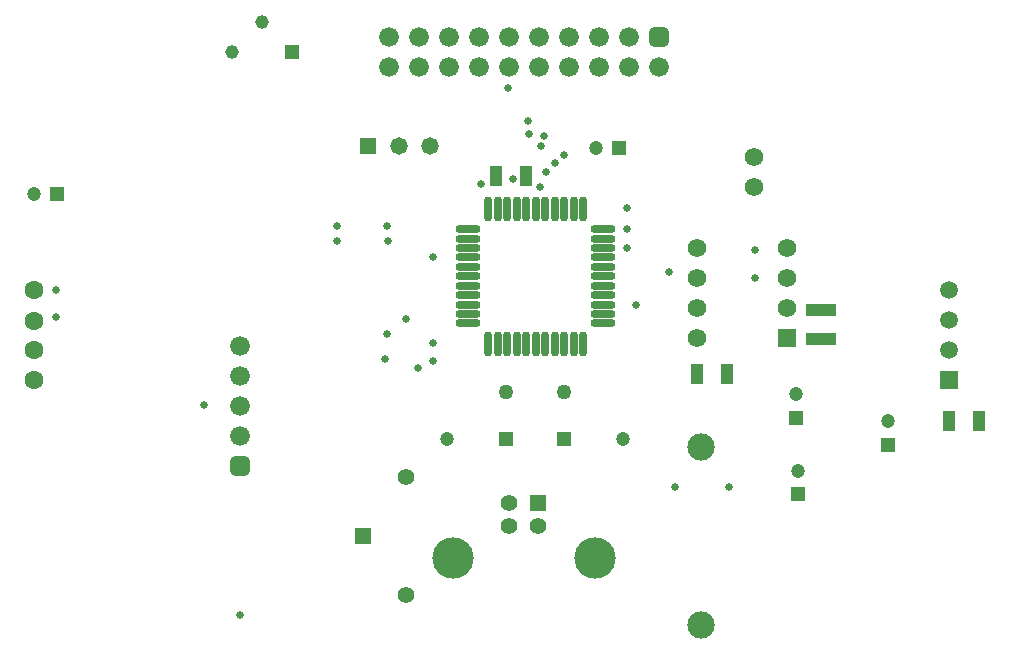
<source format=gts>
%FSTAX23Y23*%
%MOIN*%
%SFA1B1*%

%IPPOS*%
%AMD29*
4,1,8,-0.033000,0.015700,-0.033000,-0.015700,-0.015700,-0.033000,0.015700,-0.033000,0.033000,-0.015700,0.033000,0.015700,0.015700,0.033000,-0.015700,0.033000,-0.033000,0.015700,0.0*
1,1,0.034480,-0.015700,0.015700*
1,1,0.034480,-0.015700,-0.015700*
1,1,0.034480,0.015700,-0.015700*
1,1,0.034480,0.015700,0.015700*
%
%AMD36*
4,1,8,-0.015700,-0.033000,0.015700,-0.033000,0.033000,-0.015700,0.033000,0.015700,0.015700,0.033000,-0.015700,0.033000,-0.033000,0.015700,-0.033000,-0.015700,-0.015700,-0.033000,0.0*
1,1,0.034480,-0.015700,-0.015700*
1,1,0.034480,0.015700,-0.015700*
1,1,0.034480,0.015700,0.015700*
1,1,0.034480,-0.015700,0.015700*
%
%ADD20R,0.043520X0.065280*%
%ADD21R,0.098430X0.039370*%
%ADD22O,0.083700X0.026610*%
%ADD23O,0.026610X0.083700*%
%ADD24R,0.062050X0.062050*%
%ADD25C,0.062050*%
%ADD26R,0.047240X0.047240*%
%ADD27C,0.047240*%
%ADD28C,0.065980*%
G04~CAMADD=29~8~0.0~0.0~659.8~659.8~172.4~0.0~15~0.0~0.0~0.0~0.0~0~0.0~0.0~0.0~0.0~0~0.0~0.0~0.0~90.0~660.0~660.0*
%ADD29D29*%
%ADD30R,0.059840X0.059840*%
%ADD31C,0.059840*%
%ADD32R,0.045280X0.045280*%
%ADD33C,0.045280*%
%ADD34C,0.058110*%
%ADD35R,0.058110X0.058110*%
G04~CAMADD=36~8~0.0~0.0~659.8~659.8~172.4~0.0~15~0.0~0.0~0.0~0.0~0~0.0~0.0~0.0~0.0~0~0.0~0.0~0.0~180.0~660.0~660.0*
%ADD36D36*%
%ADD37C,0.091580*%
%ADD38R,0.055910X0.055910*%
%ADD39C,0.050240*%
%ADD40C,0.055910*%
%ADD41C,0.137800*%
%ADD42R,0.047240X0.047240*%
%ADD43C,0.062990*%
%ADD44R,0.055120X0.055120*%
%ADD45C,0.055120*%
%ADD46C,0.026610*%
%LNpcb_down-1*%
%LPD*%
G54D20*
X01679Y0171D03*
X0178D03*
X03189Y00895D03*
X0329D03*
X02349Y0105D03*
X0245D03*
G54D21*
X02762Y01167D03*
Y01266D03*
G54D22*
X02035Y01535D03*
Y01503D03*
Y01472D03*
Y0144D03*
Y01409D03*
Y01377D03*
Y01346D03*
Y01314D03*
Y01283D03*
Y01251D03*
Y0122D03*
X01586D03*
Y01251D03*
Y01283D03*
Y01314D03*
Y01346D03*
Y01377D03*
Y01409D03*
Y0144D03*
Y01472D03*
Y01503D03*
Y01535D03*
G54D23*
X01968Y01153D03*
X01937D03*
X01905D03*
X01874D03*
X01842D03*
X01811D03*
X01779D03*
X01748D03*
X01716D03*
X01685D03*
X01653D03*
Y01602D03*
X01685D03*
X01716D03*
X01748D03*
X01779D03*
X01811D03*
X01842D03*
X01874D03*
X01905D03*
X01937D03*
X01968D03*
G54D24*
X0265Y0117D03*
G54D25*
X0265Y0127D03*
Y0137D03*
Y0147D03*
X0235Y0117D03*
Y0127D03*
Y0137D03*
Y0147D03*
X0254Y01675D03*
Y01775D03*
G54D26*
X0268Y00906D03*
X02985Y00815D03*
X02685Y0065D03*
G54D27*
X0268Y00985D03*
X00137Y01653D03*
X02011Y01805D03*
X02985Y00894D03*
X02103Y00835D03*
X01516D03*
X02685Y00728D03*
G54D28*
X00826Y00944D03*
Y00844D03*
Y01044D03*
Y01144D03*
X01621Y02075D03*
Y02175D03*
X01721Y02075D03*
X01821D03*
X01721Y02175D03*
X01821D03*
X01921Y02075D03*
Y02175D03*
X02021Y02075D03*
Y02175D03*
X02121Y02075D03*
Y02175D03*
X02221Y02075D03*
X01521Y02175D03*
X01421D03*
X01321D03*
X01521Y02075D03*
X01421D03*
X01321D03*
G54D29*
X00826Y00744D03*
G54D30*
X03188Y01031D03*
G54D31*
X03188Y01131D03*
Y01231D03*
Y01331D03*
G54D32*
X01Y02125D03*
G54D33*
X009Y02225D03*
X008Y02125D03*
G54D34*
X01355Y01811D03*
X01457D03*
G54D35*
X01253Y01811D03*
G54D36*
X02221Y02175D03*
G54D37*
X02362Y00807D03*
Y00216D03*
G54D38*
X0182Y00623D03*
G54D39*
X01713Y0099D03*
X01906D03*
G54D40*
X0182Y00544D03*
X01722D03*
Y00623D03*
G54D41*
X02008Y00438D03*
X01534D03*
G54D42*
X00216Y01653D03*
X0209Y01805D03*
X01906Y00835D03*
X01713D03*
G54D43*
X00137Y01031D03*
Y01132D03*
Y01229D03*
Y01331D03*
G54D44*
X01236Y00511D03*
G54D45*
X01377Y00708D03*
Y00314D03*
G54D46*
X01825Y01675D03*
X01845Y01725D03*
X0163Y01685D03*
X0142Y0107D03*
X0138Y01235D03*
X0115Y01495D03*
X0132D03*
X0115Y01545D03*
X01315D03*
X0147Y0144D03*
Y01155D03*
X0131Y011D03*
X01315Y01185D03*
X0147Y01095D03*
X02145Y01281D03*
X02255Y01391D03*
X02115Y0147D03*
Y01535D03*
Y01605D03*
X01736Y017D03*
X0183Y0181D03*
X0184Y01845D03*
X01875Y01755D03*
X01905Y0178D03*
X0179Y0185D03*
X01785Y01895D03*
X00213Y01241D03*
X00705Y00947D03*
X00825Y00247D03*
X00213Y0133D03*
X0172Y02005D03*
X02541Y01465D03*
Y0137D03*
X02275Y00676D03*
X02455Y00675D03*
M02*
</source>
